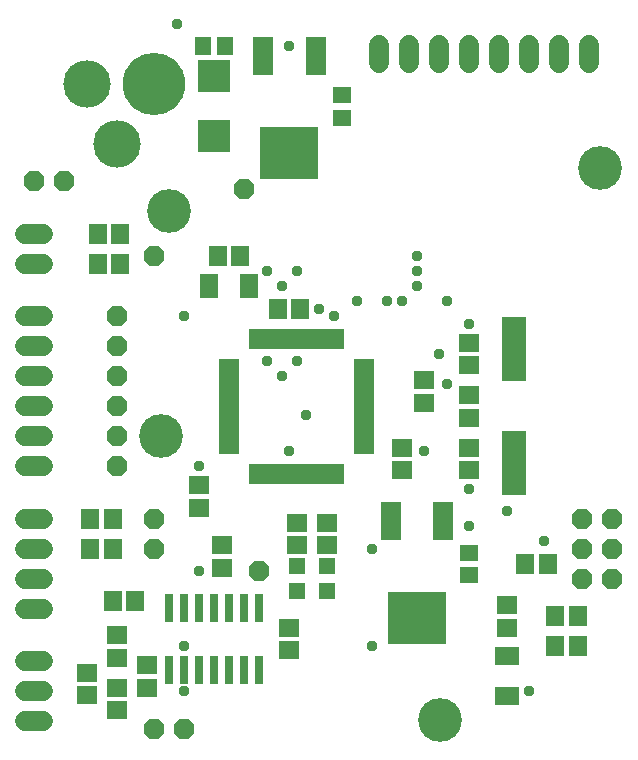
<source format=gbr>
G04 EAGLE Gerber RS-274X export*
G75*
%MOMM*%
%FSLAX34Y34*%
%LPD*%
%INSoldermask Top*%
%IPPOS*%
%AMOC8*
5,1,8,0,0,1.08239X$1,22.5*%
G01*
%ADD10C,3.703200*%
%ADD11P,1.869504X8X22.500000*%
%ADD12P,1.869504X8X112.500000*%
%ADD13R,1.703200X1.503200*%
%ADD14R,1.503200X1.703200*%
%ADD15R,0.503200X1.678200*%
%ADD16R,1.678200X0.503200*%
%ADD17R,0.803200X2.403200*%
%ADD18R,2.133600X5.537200*%
%ADD19R,5.029200X4.394200*%
%ADD20R,1.803400X3.200400*%
%ADD21R,1.320800X1.625600*%
%ADD22R,1.625600X1.320800*%
%ADD23C,4.013200*%
%ADD24C,5.283200*%
%ADD25R,2.743200X2.743200*%
%ADD26C,1.711200*%
%ADD27R,1.403200X1.403200*%
%ADD28R,1.603200X2.003200*%
%ADD29R,2.003200X1.603200*%
%ADD30C,0.959600*%


D10*
X164824Y279400D03*
X536161Y506896D03*
X171450Y469900D03*
X401016Y39204D03*
D11*
X158750Y31750D03*
X184150Y31750D03*
D12*
X546100Y158750D03*
X520700Y158750D03*
X546100Y184150D03*
X520700Y184150D03*
X546100Y209550D03*
X520700Y209550D03*
D11*
X127000Y254000D03*
X127000Y381000D03*
X127000Y279400D03*
X127000Y304800D03*
X127000Y330200D03*
X127000Y355600D03*
D13*
X368300Y269850D03*
X368300Y250850D03*
D14*
X498500Y127000D03*
X517500Y127000D03*
D13*
X425450Y339750D03*
X425450Y358750D03*
X425450Y269850D03*
X425450Y250850D03*
X387350Y308000D03*
X387350Y327000D03*
D11*
X158750Y431800D03*
D15*
X241900Y247420D03*
X246900Y247420D03*
X251900Y247420D03*
X256900Y247420D03*
X261900Y247420D03*
X266900Y247420D03*
X271900Y247420D03*
X276900Y247420D03*
X281900Y247420D03*
X286900Y247420D03*
X291900Y247420D03*
X296900Y247420D03*
X301900Y247420D03*
X306900Y247420D03*
X311900Y247420D03*
X316900Y247420D03*
D16*
X336780Y267300D03*
X336780Y272300D03*
X336780Y277300D03*
X336780Y282300D03*
X336780Y287300D03*
X336780Y292300D03*
X336780Y297300D03*
X336780Y302300D03*
X336780Y307300D03*
X336780Y312300D03*
X336780Y317300D03*
X336780Y322300D03*
X336780Y327300D03*
X336780Y332300D03*
X336780Y337300D03*
X336780Y342300D03*
D15*
X316900Y362180D03*
X311900Y362180D03*
X306900Y362180D03*
X301900Y362180D03*
X296900Y362180D03*
X291900Y362180D03*
X286900Y362180D03*
X281900Y362180D03*
X276900Y362180D03*
X271900Y362180D03*
X266900Y362180D03*
X261900Y362180D03*
X256900Y362180D03*
X251900Y362180D03*
X246900Y362180D03*
X241900Y362180D03*
D16*
X222020Y342300D03*
X222020Y337300D03*
X222020Y332300D03*
X222020Y327300D03*
X222020Y322300D03*
X222020Y317300D03*
X222020Y312300D03*
X222020Y307300D03*
X222020Y302300D03*
X222020Y297300D03*
X222020Y292300D03*
X222020Y287300D03*
X222020Y282300D03*
X222020Y277300D03*
X222020Y272300D03*
X222020Y267300D03*
D17*
X234950Y133950D03*
X234950Y81950D03*
X247650Y133950D03*
X222250Y133950D03*
X209550Y133950D03*
X247650Y81950D03*
X222250Y81950D03*
X209550Y81950D03*
X184150Y133950D03*
X184150Y81950D03*
X196850Y133950D03*
X171450Y133950D03*
X196850Y81950D03*
X171450Y81950D03*
D11*
X234950Y488950D03*
X247650Y165100D03*
X57150Y495300D03*
D18*
X463550Y256540D03*
X463550Y353060D03*
D13*
X425450Y295300D03*
X425450Y314300D03*
D14*
X517500Y101600D03*
X498500Y101600D03*
X492100Y171450D03*
X473100Y171450D03*
D13*
X196850Y219100D03*
X196850Y238100D03*
D14*
X282550Y387350D03*
X263550Y387350D03*
X142850Y139700D03*
X123850Y139700D03*
X130150Y450850D03*
X111150Y450850D03*
X123800Y184150D03*
X104800Y184150D03*
X123800Y209550D03*
X104800Y209550D03*
D13*
X215900Y187300D03*
X215900Y168300D03*
D11*
X158750Y209550D03*
X158750Y184150D03*
D13*
X273050Y117450D03*
X273050Y98450D03*
X127000Y111100D03*
X127000Y92100D03*
X152400Y66700D03*
X152400Y85700D03*
X127000Y66650D03*
X127000Y47650D03*
D19*
X273050Y518922D03*
D20*
X250952Y601726D03*
X295656Y601726D03*
D21*
X219075Y609600D03*
X200025Y609600D03*
D22*
X317500Y549275D03*
X317500Y568325D03*
D23*
X101600Y577850D03*
X127000Y527050D03*
D24*
X158750Y577850D03*
D25*
X209550Y584200D03*
X209550Y533400D03*
D19*
X381000Y125222D03*
D20*
X358902Y208026D03*
X403606Y208026D03*
D22*
X425450Y161925D03*
X425450Y180975D03*
D11*
X82550Y495300D03*
D14*
X111150Y425450D03*
X130150Y425450D03*
D26*
X64690Y254000D02*
X49610Y254000D01*
X49610Y279400D02*
X64690Y279400D01*
X64690Y304800D02*
X49610Y304800D01*
X49610Y330200D02*
X64690Y330200D01*
X64690Y355600D02*
X49610Y355600D01*
X49610Y381000D02*
X64690Y381000D01*
X64690Y133350D02*
X49610Y133350D01*
X49610Y158750D02*
X64690Y158750D01*
X64690Y184150D02*
X49610Y184150D01*
X49610Y209550D02*
X64690Y209550D01*
X64690Y38100D02*
X49610Y38100D01*
X49610Y63500D02*
X64690Y63500D01*
X64690Y88900D02*
X49610Y88900D01*
X49610Y425450D02*
X64690Y425450D01*
X64690Y450850D02*
X49610Y450850D01*
X527050Y595710D02*
X527050Y610790D01*
X501650Y610790D02*
X501650Y595710D01*
X476250Y595710D02*
X476250Y610790D01*
X450850Y610790D02*
X450850Y595710D01*
X425450Y595710D02*
X425450Y610790D01*
X400050Y610790D02*
X400050Y595710D01*
X374650Y595710D02*
X374650Y610790D01*
X349250Y610790D02*
X349250Y595710D01*
D13*
X304800Y206350D03*
X304800Y187350D03*
X279400Y206350D03*
X279400Y187350D03*
D27*
X304800Y148250D03*
X304800Y169250D03*
X279400Y148250D03*
X279400Y169250D03*
D14*
X231750Y431800D03*
X212750Y431800D03*
D28*
X239250Y406400D03*
X205250Y406400D03*
D13*
X101600Y79350D03*
X101600Y60350D03*
D29*
X457200Y93200D03*
X457200Y59200D03*
D13*
X457200Y136500D03*
X457200Y117500D03*
D30*
X425450Y374650D03*
X425450Y203200D03*
X342900Y101600D03*
X425450Y234950D03*
X400050Y349250D03*
X406400Y323850D03*
X476250Y63500D03*
X196850Y165100D03*
X196850Y254000D03*
X273050Y266700D03*
X387350Y266700D03*
X457200Y215900D03*
X488950Y190500D03*
X342900Y184150D03*
X406400Y393700D03*
X311150Y381000D03*
X254000Y342900D03*
X254000Y419100D03*
X381000Y431800D03*
X266700Y330200D03*
X266700Y406400D03*
X381000Y406400D03*
X279400Y342900D03*
X279400Y419100D03*
X381000Y419100D03*
X330200Y393700D03*
X286900Y297300D03*
X184150Y63500D03*
X184150Y101600D03*
X298450Y387350D03*
X368300Y393700D03*
X355600Y393700D03*
X184150Y381000D03*
X177800Y628650D03*
X273050Y609600D03*
M02*

</source>
